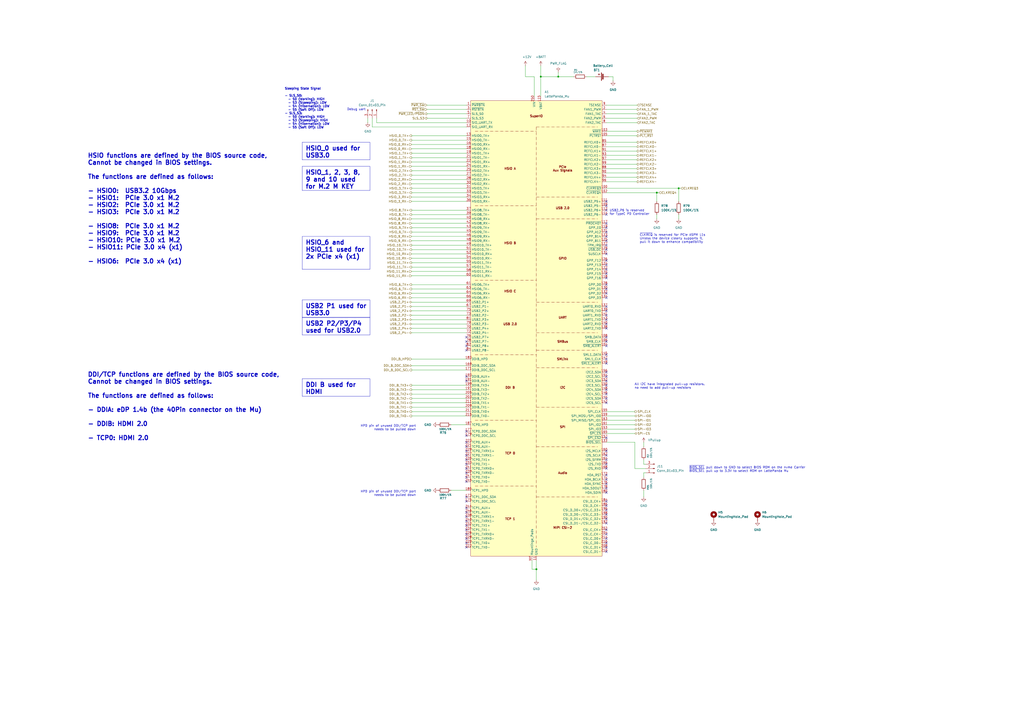
<source format=kicad_sch>
(kicad_sch (version 20231120) (generator "eeschema") (generator_version "8.0")
  (paper "A2")
  (title_block (title "nvme Carrier for LattePanda Mu") (date "2024-07-13") (rev "V1.0"))
  (lib_symbols
    (symbol "+3V3_1" (power) (pin_numbers hide) (pin_names (offset 0) hide)
      (property "Value" "+3V3" (at 0 3.556 0))
      (symbol "+3V3_1_1_1"
        (pin power_in line (at 0 0 90) (length 0) (name "~") (number "1"))
      )
    )
    (symbol "Connector:Conn_01x03_Pin" (pin_names (offset 1.016) hide)
      (property "Reference" "J" (at 0 5.08 0))
      (property "Value" "Conn_01x03_Pin" (at 0 -5.08 0))
      (symbol "Conn_01x03_Pin_1_1"
        (pin passive line (at 5.08 2.54 180) (length 3.81) (name "Pin_1") (number "1"))
        (pin passive line (at 5.08 0 180) (length 3.81) (name "Pin_2") (number "2"))
        (pin passive line (at 5.08 -2.54 180) (length 3.81) (name "Pin_3") (number "3"))
      )
    )
    (symbol "Device:Battery_Cell" (pin_numbers hide) (pin_names (offset 0) hide)
      (property "Reference" "BT" (at 2.54 2.54 0))
      (property "Value" "Battery_Cell" (at 2.54 0 0))
      (symbol "Battery_Cell_1_1"
        (pin passive line (at 0 5.08 270) (length 2.54) (name "+") (number "1"))
        (pin passive line (at 0 -2.54 90) (length 2.54) (name "-") (number "2"))
      )
    )
    (symbol "Device:R" (pin_numbers hide) (pin_names (offset 0))
      (property "Reference" "R" (at 2.032 0 90))
      (property "Value" "R" (at 0 0 90))
      (symbol "R_1_1"
        (pin passive line (at 0 3.81 270) (length 1.27) (name "~") (number "1"))
        (pin passive line (at 0 -3.81 90) (length 1.27) (name "~") (number "2"))
      )
    )
    (symbol "MCU_Module_LattePanda:LattePanda_Mu"
      (property "Reference" "A1" (at 4.7341 137.16 0))
      (property "Value" "LattePanda_Mu" (at 4.7341 134.62 0))
      (symbol "LattePanda_Mu_1_0"
        (pin passive line (at 0 -134.62 90) (length 2.54) hide (name "GND") (number "101"))
        (pin passive line (at 0 -134.62 90) (length 2.54) hide (name "GND") (number "107"))
        (pin passive line (at 0 -134.62 90) (length 2.54) hide (name "GND") (number "110"))
        (pin passive line (at 0 -134.62 90) (length 2.54) hide (name "GND") (number "113"))
        (pin passive line (at 0 -134.62 90) (length 2.54) hide (name "GND") (number "116"))
        (pin passive line (at 0 -134.62 90) (length 2.54) hide (name "GND") (number "135"))
        (pin passive line (at 0 -134.62 90) (length 2.54) hide (name "GND") (number "136"))
        (pin passive line (at 0 -134.62 90) (length 2.54) hide (name "GND") (number "14"))
        (pin passive line (at 0 -134.62 90) (length 2.54) hide (name "GND") (number "151"))
        (pin passive line (at 0 -134.62 90) (length 2.54) hide (name "GND") (number "158"))
        (pin passive line (at 0 -134.62 90) (length 2.54) hide (name "GND") (number "167"))
        (pin passive line (at 0 -134.62 90) (length 2.54) hide (name "GND") (number "17"))
        (pin passive line (at 0 -134.62 90) (length 2.54) hide (name "GND") (number "170"))
        (pin passive line (at 0 -134.62 90) (length 2.54) hide (name "GND") (number "181"))
        (pin passive line (at 0 -134.62 90) (length 2.54) hide (name "GND") (number "182"))
        (pin passive line (at 0 -134.62 90) (length 2.54) hide (name "GND") (number "188"))
        (pin passive line (at 0 -134.62 90) (length 2.54) hide (name "GND") (number "189"))
        (pin passive line (at 0 -134.62 90) (length 2.54) hide (name "GND") (number "194"))
        (pin passive line (at 0 -134.62 90) (length 2.54) hide (name "GND") (number "195"))
        (pin passive line (at 0 -134.62 90) (length 2.54) hide (name "GND") (number "20"))
        (pin passive line (at 0 -134.62 90) (length 2.54) hide (name "GND") (number "200"))
        (pin passive line (at 0 -134.62 90) (length 2.54) hide (name "GND") (number "201"))
        (pin passive line (at 0 -134.62 90) (length 2.54) hide (name "GND") (number "206"))
        (pin passive line (at 0 -134.62 90) (length 2.54) hide (name "GND") (number "207"))
        (pin passive line (at 0 -134.62 90) (length 2.54) hide (name "GND") (number "212"))
        (pin passive line (at 0 -134.62 90) (length 2.54) hide (name "GND") (number "213"))
        (pin passive line (at 0 -134.62 90) (length 2.54) hide (name "GND") (number "218"))
        (pin passive line (at 0 -134.62 90) (length 2.54) hide (name "GND") (number "219"))
        (pin passive line (at 0 -134.62 90) (length 2.54) hide (name "GND") (number "224"))
        (pin passive line (at 0 -134.62 90) (length 2.54) hide (name "GND") (number "225"))
        (pin passive line (at 0 -134.62 90) (length 2.54) hide (name "GND") (number "23"))
        (pin passive line (at 0 -134.62 90) (length 2.54) hide (name "GND") (number "230"))
        (pin passive line (at 0 -134.62 90) (length 2.54) hide (name "GND") (number "231"))
        (pin passive line (at 0 -134.62 90) (length 2.54) hide (name "GND") (number "236"))
        (pin passive line (at 0 -134.62 90) (length 2.54) hide (name "GND") (number "237"))
        (pin passive line (at 0 -134.62 90) (length 2.54) hide (name "GND") (number "242"))
        (pin passive line (at 0 -134.62 90) (length 2.54) hide (name "GND") (number "243"))
        (pin passive line (at 0 -134.62 90) (length 2.54) hide (name "GND") (number "248"))
        (pin passive line (at 0 -134.62 90) (length 2.54) hide (name "GND") (number "249"))
        (pin passive line (at 0 -134.62 90) (length 2.54) hide (name "GND") (number "26"))
        (pin passive line (at 0 -134.62 90) (length 2.54) hide (name "GND") (number "29"))
        (pin passive line (at 0 -134.62 90) (length 2.54) hide (name "GND") (number "32"))
        (pin passive line (at 0 -134.62 90) (length 2.54) hide (name "GND") (number "35"))
        (pin passive line (at 0 -134.62 90) (length 2.54) hide (name "GND") (number "38"))
        (pin passive line (at 0 -134.62 90) (length 2.54) hide (name "GND") (number "41"))
        (pin passive line (at 0 -134.62 90) (length 2.54) hide (name "GND") (number "44"))
        (pin passive line (at 0 -134.62 90) (length 2.54) hide (name "GND") (number "47"))
        (pin passive line (at 0 -134.62 90) (length 2.54) hide (name "GND") (number "50"))
        (pin passive line (at 0 -134.62 90) (length 2.54) hide (name "GND") (number "53"))
        (pin passive line (at 0 -134.62 90) (length 2.54) hide (name "GND") (number "56"))
        (pin passive line (at 0 -134.62 90) (length 2.54) hide (name "GND") (number "59"))
        (pin passive line (at 0 -134.62 90) (length 2.54) hide (name "GND") (number "62"))
        (pin passive line (at 0 -134.62 90) (length 2.54) hide (name "GND") (number "65"))
        (pin passive line (at 0 -134.62 90) (length 2.54) hide (name "GND") (number "68"))
        (pin passive line (at 0 -134.62 90) (length 2.54) hide (name "GND") (number "71"))
        (pin passive line (at 0 -134.62 90) (length 2.54) hide (name "GND") (number "74"))
        (pin passive line (at 0 -134.62 90) (length 2.54) hide (name "GND") (number "77"))
        (pin passive line (at 0 -134.62 90) (length 2.54) hide (name "GND") (number "80"))
        (pin passive line (at 0 -134.62 90) (length 2.54) hide (name "GND") (number "83"))
        (pin passive line (at 0 -134.62 90) (length 2.54) hide (name "GND") (number "86"))
        (pin passive line (at 0 -134.62 90) (length 2.54) hide (name "GND") (number "89"))
        (pin passive line (at 0 -134.62 90) (length 2.54) hide (name "GND") (number "92"))
        (pin passive line (at 0 -134.62 90) (length 2.54) hide (name "GND") (number "95"))
        (pin passive line (at 0 -134.62 90) (length 2.54) hide (name "GND") (number "98"))
      )
      (symbol "LattePanda_Mu_1_1"
        (text "Audio" (at 15.24 -83.82 0) (effects (font (size 1.27 1.27) (bold yes))))
        (text "DDI B" (at -15.24 -34.29 0) (effects (font (size 1.27 1.27) (bold yes))))
        (text "GPIO" (at 15.24 40.64 0) (effects (font (size 1.27 1.27) (bold yes))))
        (text "HSIO A" (at -15.24 92.71 0) (effects (font (size 1.27 1.27) (bold yes))))
        (text "HSIO B" (at -15.24 49.53 0) (effects (font (size 1.27 1.27) (bold yes))))
        (text "HSIO C" (at -15.24 21.59 0) (effects (font (size 1.27 1.27) (bold yes))))
        (text "I2C" (at 15.24 -34.29 0) (effects (font (size 1.27 1.27) (bold yes))))
        (text "MIPI CSI-2" (at 15.24 -115.57 0) (effects (font (size 1.27 1.27) (bold yes))))
        (text "PCIe\nAux Signals" (at 15.24 92.71 0) (effects (font (size 1.27 1.27) (bold yes))))
        (text "SMBus" (at 15.24 -7.62 0) (effects (font (size 1.27 1.27) (bold yes))))
        (text "SMLink" (at 15.24 -17.78 0) (effects (font (size 1.27 1.27) (bold yes))))
        (text "SPI" (at 15.24 -57.15 0) (effects (font (size 1.27 1.27) (bold yes))))
        (text "SuperIO" (at 0 123.19 0) (effects (font (size 1.27 1.27) (bold yes))))
        (text "TCP 0" (at -15.24 -72.39 0) (effects (font (size 1.27 1.27) (bold yes))))
        (text "TCP 1" (at -15.24 -110.49 0) (effects (font (size 1.27 1.27) (bold yes))))
        (text "UART" (at 15.24 6.35 0) (effects (font (size 1.27 1.27) (bold yes))))
        (text "USB 2.0" (at -15.24 2.54 0) (effects (font (size 1.27 1.27) (bold yes))))
        (text "USB 2.0" (at 15.24 69.85 0) (effects (font (size 1.27 1.27) (bold yes))))
        (pin input line (at -40.64 129.54 0) (length 2.54) (name "~{PWRBTN}") (number "1"))
        (pin output line (at -40.64 119.38 0) (length 2.54) (name "SIO_UART_TX") (number "10"))
        (pin bidirectional line (at 40.64 81.28 180) (length 2.54) (name "~{CLKREQ3}") (number "100"))
        (pin bidirectional line (at 40.64 78.74 180) (length 2.54) (name "~{CLKREQ4}") (number "102"))
        (pin input line (at 40.64 114.3 180) (length 2.54) (name "~{WAKE}") (number "103"))
        (pin input line (at 40.64 -10.16 180) (length 2.54) (name "~{SMB_ALERT}") (number "104"))
        (pin output line (at 40.64 111.76 180) (length 2.54) (name "~{PLTRST}") (number "105"))
        (pin output line (at 40.64 -7.62 180) (length 2.54) (name "SMB_CLK") (number "106"))
        (pin bidirectional line (at 40.64 -5.08 180) (length 2.54) (name "SMB_DATA") (number "108"))
        (pin bidirectional line (at 40.64 71.12 180) (length 2.54) (name "USB2_P5-") (number "109"))
        (pin power_in line (at 0 -134.62 90) (length 2.54) (name "GND") (number "11"))
        (pin bidirectional line (at 40.64 73.66 180) (length 2.54) (name "USB2_P5+") (number "111"))
        (pin bidirectional line (at 40.64 68.58 180) (length 2.54) (name "USB2_P6+") (number "112"))
        (pin bidirectional line (at 40.64 66.04 180) (length 2.54) (name "USB2_P6-") (number "114"))
        (pin power_in line (at 2.54 134.62 270) (length 2.54) (name "VBAT") (number "115"))
        (pin bidirectional line (at 40.64 60.96 180) (length 2.54) (name "~{PROCHOT}") (number "117"))
        (pin bidirectional line (at 40.64 29.21 180) (length 2.54) (name "GPP_F16") (number "118"))
        (pin bidirectional line (at 40.64 58.42 180) (length 2.54) (name "GPP_E0") (number "119"))
        (pin input line (at -40.64 116.84 0) (length 2.54) (name "SIO_UART_RX") (number "12"))
        (pin bidirectional line (at 40.64 31.75 180) (length 2.54) (name "GPP_F15") (number "120"))
        (pin bidirectional line (at 40.64 55.88 180) (length 2.54) (name "GPP_A12") (number "121"))
        (pin bidirectional line (at 40.64 34.29 180) (length 2.54) (name "GPP_F14") (number "122"))
        (pin bidirectional line (at 40.64 53.34 180) (length 2.54) (name "GPP_B14") (number "123"))
        (pin bidirectional line (at 40.64 36.83 180) (length 2.54) (name "GPP_F13") (number "124"))
        (pin bidirectional line (at 40.64 50.8 180) (length 2.54) (name "GPP_B11") (number "125"))
        (pin bidirectional line (at 40.64 39.37 180) (length 2.54) (name "GPP_F12") (number "126"))
        (pin input line (at 40.64 48.26 180) (length 2.54) (name "TPM_IRQ") (number "127"))
        (pin bidirectional line (at 40.64 25.4 180) (length 2.54) (name "GPP_D0") (number "128"))
        (pin input line (at 40.64 45.72 180) (length 2.54) (name "~{USB_OC}") (number "129"))
        (pin output line (at -40.64 111.76 0) (length 2.54) (name "HSIO0_TX+") (number "13"))
        (pin bidirectional line (at 40.64 22.86 180) (length 2.54) (name "GPP_D1") (number "130"))
        (pin output line (at 40.64 43.18 180) (length 2.54) (name "SUSCLK") (number "131"))
        (pin bidirectional line (at 40.64 20.32 180) (length 2.54) (name "GPP_D2") (number "132"))
        (pin input line (at 40.64 -66.04 180) (length 2.54) (name "~{BIOS_SEL}") (number "133"))
        (pin bidirectional line (at 40.64 17.78 180) (length 2.54) (name "GPP_D3") (number "134"))
        (pin input line (at 40.64 12.7 180) (length 2.54) (name "UART0_RXD") (number "137"))
        (pin output line (at 40.64 0 180) (length 2.54) (name "UART2_TXD") (number "138"))
        (pin output line (at 40.64 10.16 180) (length 2.54) (name "UART0_TXD") (number "139"))
        (pin input line (at 40.64 2.54 180) (length 2.54) (name "UART2_RXD") (number "140"))
        (pin input line (at 40.64 7.62 180) (length 2.54) (name "UART1_RXD") (number "141"))
        (pin output line (at 40.64 -43.18 180) (length 2.54) (name "I2C5_SCL") (number "142"))
        (pin output line (at 40.64 5.08 180) (length 2.54) (name "UART1_TXD") (number "143"))
        (pin bidirectional line (at 40.64 -40.64 180) (length 2.54) (name "I2C5_SDA") (number "144"))
        (pin bidirectional line (at 40.64 -15.24 180) (length 2.54) (name "SML1_DATA") (number "145"))
        (pin output line (at 40.64 -38.1 180) (length 2.54) (name "I2C4_SCL") (number "146"))
        (pin output line (at 40.64 -17.78 180) (length 2.54) (name "SML1_CLK") (number "147"))
        (pin bidirectional line (at 40.64 -35.56 180) (length 2.54) (name "I2C4_SDA") (number "148"))
        (pin input line (at 40.64 -20.32 180) (length 2.54) (name "~{SML1_ALERT}") (number "149"))
        (pin output line (at -40.64 109.22 0) (length 2.54) (name "HSIO0_TX-") (number "15"))
        (pin output line (at 40.64 -33.02 180) (length 2.54) (name "I2C3_SCL") (number "150"))
        (pin bidirectional line (at 40.64 -30.48 180) (length 2.54) (name "I2C3_SDA") (number "152"))
        (pin bidirectional line (at 40.64 -58.42 180) (length 2.54) (name "SPI_IO3") (number "153"))
        (pin output line (at 40.64 -27.94 180) (length 2.54) (name "I2C2_SCL") (number "154"))
        (pin output line (at 40.64 -48.26 180) (length 2.54) (name "SPI_CLK") (number "155"))
        (pin bidirectional line (at 40.64 -25.4 180) (length 2.54) (name "I2C2_SDA") (number "156"))
        (pin output line (at 40.64 -63.5 180) (length 2.54) (name "~{SPI_CS2}") (number "157"))
        (pin bidirectional line (at 40.64 -50.8 180) (length 2.54) (name "SPI_MOSI/SPI_IO0") (number "159"))
        (pin input line (at -40.64 106.68 0) (length 2.54) (name "HSIO0_RX+") (number "16"))
        (pin output line (at 40.64 -71.12 180) (length 2.54) (name "I2S_MCLK") (number "160"))
        (pin bidirectional line (at 40.64 -55.88 180) (length 2.54) (name "SPI_IO2") (number "161"))
        (pin output line (at 40.64 -73.66 180) (length 2.54) (name "I2S_SCLK") (number "162"))
        (pin bidirectional line (at 40.64 -53.34 180) (length 2.54) (name "SPI_MISO/SPI_IO1") (number "163"))
        (pin output line (at 40.64 -76.2 180) (length 2.54) (name "I2S_SFRM") (number "164"))
        (pin bidirectional line (at 40.64 -60.96 180) (length 2.54) (name "~{SPI_CS}") (number "165"))
        (pin output line (at 40.64 -78.74 180) (length 2.54) (name "I2S_TXD") (number "166"))
        (pin input line (at 40.64 -81.28 180) (length 2.54) (name "I2S_RXD") (number "168"))
        (pin bidirectional line (at -40.64 -21.59 0) (length 2.54) (name "DDIB_DDC_SDA") (number "169"))
        (pin bidirectional line (at -40.64 -24.13 0) (length 2.54) (name "DDIB_DDC_SCL") (number "171"))
        (pin output line (at 40.64 -85.09 180) (length 2.54) (name "HDA_RST") (number "172"))
        (pin bidirectional line (at -40.64 -97.79 0) (length 2.54) (name "TCP1_DDC_SDA") (number "173"))
        (pin output line (at 40.64 -87.63 180) (length 2.54) (name "HDA_BCLK") (number "174"))
        (pin bidirectional line (at -40.64 -100.33 0) (length 2.54) (name "TCP1_DDC_SCL") (number "175"))
        (pin output line (at 40.64 -90.17 180) (length 2.54) (name "HDA_SYNC") (number "176"))
        (pin bidirectional line (at -40.64 -59.69 0) (length 2.54) (name "TCP0_DDC_SDA") (number "177"))
        (pin output line (at 40.64 -92.71 180) (length 2.54) (name "HDA_SDOUT") (number "178"))
        (pin bidirectional line (at -40.64 -62.23 0) (length 2.54) (name "TCP0_DDC_SCL") (number "179"))
        (pin input line (at -40.64 104.14 0) (length 2.54) (name "HSIO0_RX-") (number "18"))
        (pin input line (at 40.64 -95.25 180) (length 2.54) (name "HDA_SDIN") (number "180"))
        (pin input line (at -40.64 -17.78 0) (length 2.54) (name "DDIB_HPD") (number "183"))
        (pin input line (at 40.64 -100.33 180) (length 2.54) (name "CSI_D_CK+") (number "184"))
        (pin input line (at -40.64 -93.98 0) (length 2.54) (name "TCP1_HPD") (number "185"))
        (pin input line (at 40.64 -102.87 180) (length 2.54) (name "CSI_D_CK-") (number "186"))
        (pin input line (at -40.64 -55.88 0) (length 2.54) (name "TCP0_HPD") (number "187"))
        (pin output line (at -40.64 101.6 0) (length 2.54) (name "HSIO1_TX+") (number "19"))
        (pin input line (at 40.64 -110.49 180) (length 2.54) (name "CSI_D_D1+/CSI_C_D2+") (number "190"))
        (pin bidirectional line (at -40.64 -30.48 0) (length 2.54) (name "DDIB_AUX-") (number "191"))
        (pin input line (at 40.64 -113.03 180) (length 2.54) (name "CSI_D_D1-/CSI_C_D2-") (number "192"))
        (pin bidirectional line (at -40.64 -27.94 0) (length 2.54) (name "DDIB_AUX+") (number "193"))
        (pin input line (at 40.64 -105.41 180) (length 2.54) (name "CSI_D_D0+/CSI_C_D3+") (number "196"))
        (pin output line (at -40.64 -35.56 0) (length 2.54) (name "DDIB_TX3-") (number "197"))
        (pin input line (at 40.64 -107.95 180) (length 2.54) (name "CSI_D_D0-/CSI_C_D3-") (number "198"))
        (pin output line (at -40.64 -33.02 0) (length 2.54) (name "DDIB_TX3+") (number "199"))
        (pin output line (at 40.64 127 180) (length 2.54) (name "FAN1_PWM") (number "2"))
        (pin input line (at 40.64 -116.84 180) (length 2.54) (name "CSI_C_CK+") (number "202"))
        (pin output line (at -40.64 -40.64 0) (length 2.54) (name "DDIB_TX2-") (number "203"))
        (pin input line (at 40.64 -119.38 180) (length 2.54) (name "CSI_C_CK-") (number "204"))
        (pin output line (at -40.64 -38.1 0) (length 2.54) (name "DDIB_TX2+") (number "205"))
        (pin input line (at 40.64 -127 180) (length 2.54) (name "CSI_C_D1+") (number "208"))
        (pin output line (at -40.64 -45.72 0) (length 2.54) (name "DDIB_TX1-") (number "209"))
        (pin output line (at -40.64 99.06 0) (length 2.54) (name "HSIO1_TX-") (number "21"))
        (pin input line (at 40.64 -129.54 180) (length 2.54) (name "CSI_C_D1-") (number "210"))
        (pin output line (at -40.64 -43.18 0) (length 2.54) (name "DDIB_TX1+") (number "211"))
        (pin input line (at 40.64 -121.92 180) (length 2.54) (name "CSI_C_D0+") (number "214"))
        (pin output line (at -40.64 -50.8 0) (length 2.54) (name "DDIB_TX0-") (number "215"))
        (pin input line (at 40.64 -124.46 180) (length 2.54) (name "CSI_C_D0-") (number "216"))
        (pin output line (at -40.64 -48.26 0) (length 2.54) (name "DDIB_TX0+") (number "217"))
        (pin input line (at -40.64 96.52 0) (length 2.54) (name "HSIO1_RX+") (number "22"))
        (pin output line (at -40.64 -124.46 0) (length 2.54) (name "TCP1_TX0+") (number "220"))
        (pin bidirectional line (at -40.64 -68.58 0) (length 2.54) (name "TCP0_AUX-") (number "221"))
        (pin output line (at -40.64 -127 0) (length 2.54) (name "TCP1_TX0-") (number "222"))
        (pin bidirectional line (at -40.64 -66.04 0) (length 2.54) (name "TCP0_AUX+") (number "223"))
        (pin bidirectional line (at -40.64 -119.38 0) (length 2.54) (name "TCP1_TXRX0+") (number "226"))
        (pin bidirectional line (at -40.64 -73.66 0) (length 2.54) (name "TCP0_TXRX1-") (number "227"))
        (pin bidirectional line (at -40.64 -121.92 0) (length 2.54) (name "TCP1_TXRX0-") (number "228"))
        (pin bidirectional line (at -40.64 -71.12 0) (length 2.54) (name "TCP0_TXRX1+") (number "229"))
        (pin output line (at -40.64 -114.3 0) (length 2.54) (name "TCP1_TX1+") (number "232"))
        (pin output line (at -40.64 -78.74 0) (length 2.54) (name "TCP0_TX1-") (number "233"))
        (pin output line (at -40.64 -116.84 0) (length 2.54) (name "TCP1_TX1-") (number "234"))
        (pin output line (at -40.64 -76.2 0) (length 2.54) (name "TCP0_TX1+") (number "235"))
        (pin bidirectional line (at -40.64 -109.22 0) (length 2.54) (name "TCP1_TXRX1+") (number "238"))
        (pin bidirectional line (at -40.64 -83.82 0) (length 2.54) (name "TCP0_TXRX0-") (number "239"))
        (pin input line (at -40.64 93.98 0) (length 2.54) (name "HSIO1_RX-") (number "24"))
        (pin bidirectional line (at -40.64 -111.76 0) (length 2.54) (name "TCP1_TXRX1-") (number "240"))
        (pin bidirectional line (at -40.64 -81.28 0) (length 2.54) (name "TCP0_TXRX0+") (number "241"))
        (pin bidirectional line (at -40.64 -104.14 0) (length 2.54) (name "TCP1_AUX+") (number "244"))
        (pin output line (at -40.64 -88.9 0) (length 2.54) (name "TCP0_TX0-") (number "245"))
        (pin bidirectional line (at -40.64 -106.68 0) (length 2.54) (name "TCP1_AUX-") (number "246"))
        (pin output line (at -40.64 -86.36 0) (length 2.54) (name "TCP0_TX0+") (number "247"))
        (pin output line (at -40.64 91.44 0) (length 2.54) (name "HSIO2_TX+") (number "25"))
        (pin power_in line (at -1.27 134.62 270) (length 2.54) (name "VIN") (number "250"))
        (pin passive line (at -1.27 134.62 270) (length 2.54) hide (name "VIN") (number "251"))
        (pin passive line (at -1.27 134.62 270) (length 2.54) hide (name "VIN") (number "252"))
        (pin passive line (at -1.27 134.62 270) (length 2.54) hide (name "VIN") (number "253"))
        (pin passive line (at -1.27 134.62 270) (length 2.54) hide (name "VIN") (number "254"))
        (pin passive line (at -1.27 134.62 270) (length 2.54) hide (name "VIN") (number "255"))
        (pin passive line (at -1.27 134.62 270) (length 2.54) hide (name "VIN") (number "256"))
        (pin passive line (at -1.27 134.62 270) (length 2.54) hide (name "VIN") (number "257"))
        (pin passive line (at -1.27 134.62 270) (length 2.54) hide (name "VIN") (number "258"))
        (pin passive line (at -1.27 134.62 270) (length 2.54) hide (name "VIN") (number "259"))
        (pin passive line (at -1.27 134.62 270) (length 2.54) hide (name "VIN") (number "260"))
        (pin output line (at -40.64 88.9 0) (length 2.54) (name "HSIO2_TX-") (number "27"))
        (pin input line (at -40.64 86.36 0) (length 2.54) (name "HSIO2_RX+") (number "28"))
        (pin input line (at -40.64 127 0) (length 2.54) (name "~{RSTBTN}") (number "3"))
        (pin input line (at -40.64 83.82 0) (length 2.54) (name "HSIO2_RX-") (number "30"))
        (pin output line (at -40.64 81.28 0) (length 2.54) (name "HSIO3_TX+") (number "31"))
        (pin output line (at -40.64 78.74 0) (length 2.54) (name "HSIO3_TX-") (number "33"))
        (pin input line (at -40.64 76.2 0) (length 2.54) (name "HSIO3_RX+") (number "34"))
        (pin input line (at -40.64 73.66 0) (length 2.54) (name "HSIO3_RX-") (number "36"))
        (pin output line (at -40.64 68.58 0) (length 2.54) (name "HSIO8_TX+") (number "37"))
        (pin output line (at -40.64 66.04 0) (length 2.54) (name "HSIO8_TX-") (number "39"))
        (pin input line (at 40.64 124.46 180) (length 2.54) (name "FAN1_TAC") (number "4"))
        (pin input line (at -40.64 63.5 0) (length 2.54) (name "HSIO8_RX+") (number "40"))
        (pin input line (at -40.64 60.96 0) (length 2.54) (name "HSIO8_RX-") (number "42"))
        (pin output line (at -40.64 58.42 0) (length 2.54) (name "HSIO9_TX+") (number "43"))
        (pin output line (at -40.64 55.88 0) (length 2.54) (name "HSIO9_TX-") (number "45"))
        (pin input line (at -40.64 53.34 0) (length 2.54) (name "HSIO9_RX+") (number "46"))
        (pin input line (at -40.64 50.8 0) (length 2.54) (name "HSIO9_RX-") (number "48"))
        (pin output line (at -40.64 48.26 0) (length 2.54) (name "HSIO10_TX+") (number "49"))
        (pin output line (at -40.64 124.46 0) (length 2.54) (name "SLS_S0") (number "5"))
        (pin output line (at -40.64 45.72 0) (length 2.54) (name "HSIO10_TX-") (number "51"))
        (pin input line (at -40.64 43.18 0) (length 2.54) (name "HSIO10_RX+") (number "52"))
        (pin input line (at -40.64 40.64 0) (length 2.54) (name "HSIO10_RX-") (number "54"))
        (pin output line (at -40.64 38.1 0) (length 2.54) (name "HSIO11_TX+") (number "55"))
        (pin output line (at -40.64 35.56 0) (length 2.54) (name "HSIO11_TX-") (number "57"))
        (pin input line (at -40.64 33.02 0) (length 2.54) (name "HSIO11_RX+") (number "58"))
        (pin output line (at 40.64 121.92 180) (length 2.54) (name "FAN2_PWM") (number "6"))
        (pin input line (at -40.64 30.48 0) (length 2.54) (name "HSIO11_RX-") (number "60"))
        (pin output line (at -40.64 25.4 0) (length 2.54) (name "HSIO6_TX+") (number "61"))
        (pin output line (at -40.64 22.86 0) (length 2.54) (name "HSIO6_TX-") (number "63"))
        (pin input line (at -40.64 20.32 0) (length 2.54) (name "HSIO6_RX+") (number "64"))
        (pin input line (at -40.64 17.78 0) (length 2.54) (name "HSIO6_RX-") (number "66"))
        (pin bidirectional line (at -40.64 12.7 0) (length 2.54) (name "USB2_P1-") (number "67"))
        (pin bidirectional line (at -40.64 15.24 0) (length 2.54) (name "USB2_P1+") (number "69"))
        (pin output line (at -40.64 121.92 0) (length 2.54) (name "SLS_S3") (number "7"))
        (pin bidirectional line (at -40.64 0 0) (length 2.54) (name "USB2_P4+") (number "70"))
        (pin bidirectional line (at -40.64 -2.54 0) (length 2.54) (name "USB2_P4-") (number "72"))
        (pin bidirectional line (at -40.64 7.62 0) (length 2.54) (name "USB2_P2-") (number "73"))
        (pin bidirectional line (at -40.64 10.16 0) (length 2.54) (name "USB2_P2+") (number "75"))
        (pin bidirectional line (at -40.64 -5.08 0) (length 2.54) (name "USB2_P7+") (number "76"))
        (pin bidirectional line (at -40.64 -7.62 0) (length 2.54) (name "USB2_P7-") (number "78"))
        (pin bidirectional line (at -40.64 2.54 0) (length 2.54) (name "USB2_P3-") (number "79"))
        (pin input line (at 40.64 119.38 180) (length 2.54) (name "FAN2_TAC") (number "8"))
        (pin bidirectional line (at -40.64 5.08 0) (length 2.54) (name "USB2_P3+") (number "81"))
        (pin bidirectional line (at -40.64 -10.16 0) (length 2.54) (name "USB2_P8+") (number "82"))
        (pin bidirectional line (at -40.64 -12.7 0) (length 2.54) (name "USB2_P8-") (number "84"))
        (pin output line (at 40.64 107.95 180) (length 2.54) (name "REFCLK0+") (number "85"))
        (pin output line (at 40.64 105.41 180) (length 2.54) (name "REFCLK0-") (number "87"))
        (pin output line (at 40.64 92.71 180) (length 2.54) (name "REFCLK3+") (number "88"))
        (pin input line (at 40.64 129.54 180) (length 2.54) (name "TSENSE") (number "9"))
        (pin output line (at 40.64 90.17 180) (length 2.54) (name "REFCLK3-") (number "90"))
        (pin output line (at 40.64 102.87 180) (length 2.54) (name "REFCLK1+") (number "91"))
        (pin output line (at 40.64 100.33 180) (length 2.54) (name "REFCLK1-") (number "93"))
        (pin output line (at 40.64 87.63 180) (length 2.54) (name "REFCLK4+") (number "94"))
        (pin output line (at 40.64 85.09 180) (length 2.54) (name "REFCLK4-") (number "96"))
        (pin output line (at 40.64 97.79 180) (length 2.54) (name "REFCLK2+") (number "97"))
        (pin output line (at 40.64 95.25 180) (length 2.54) (name "REFCLK2-") (number "99"))
        (pin passive line (at -2.54 -134.62 90) (length 2.54) (name "Mountinge_Pads") (number "MP"))
      )
    )
    (symbol "Mechanical:MountingHole_Pad" (pin_numbers hide) (pin_names (offset 1.016) hide)
      (property "Reference" "H" (at 0 6.35 0))
      (property "Value" "MountingHole_Pad" (at 0 4.445 0))
      (symbol "MountingHole_Pad_1_1"
        (pin input line (at 0 -2.54 90) (length 2.54) (name "1") (number "1"))
      )
    )
    (symbol "power:+BATT" (power) (pin_numbers hide) (pin_names (offset 0) hide)
      (property "Value" "+BATT" (at 0 3.556 0))
      (symbol "+BATT_1_1"
        (pin power_in line (at 0 0 90) (length 0) (name "~") (number "1"))
      )
    )
    (symbol "power:GND" (power) (pin_numbers hide) (pin_names (offset 0) hide)
      (property "Value" "GND" (at 0 -3.81 0))
      (symbol "GND_1_1"
        (pin power_in line (at 0 0 270) (length 0) (name "~") (number "1"))
      )
    )
    (symbol "power:PWR_FLAG" (power) (pin_numbers hide) (pin_names (offset 0) hide)
      (property "Value" "PWR_FLAG" (at 0 3.81 0))
      (symbol "PWR_FLAG_0_0"
        (pin power_out line (at 0 0 90) (length 0) (name "~") (number "1"))
      )
    )
    (symbol "power:VDC" (power) (pin_numbers hide) (pin_names (offset 0) hide)
      (property "Value" "VDC" (at 0 3.556 0))
      (symbol "VDC_1_1"
        (pin power_in line (at 0 0 90) (length 0) (name "~") (number "1"))
      )
    )
  )
  (junction (at 381 111.76))
  (junction (at 323.85 44.45))
  (junction (at 393.7 109.22))
  (junction (at 311.15 330.2))
  (junction (at 313.69 44.45))
  (no_connect (at 270.51 307.34))
  (no_connect (at 351.79 278.13))
  (no_connect (at 351.79 293.37))
  (no_connect (at 351.79 190.5))
  (no_connect (at 351.79 275.59))
  (no_connect (at 351.79 129.54))
  (no_connect (at 351.79 132.08))
  (no_connect (at 351.79 208.28))
  (no_connect (at 270.51 220.98))
  (no_connect (at 351.79 161.29))
  (no_connect (at 351.79 285.75))
  (no_connect (at 351.79 147.32))
  (no_connect (at 351.79 180.34))
  (no_connect (at 351.79 220.98))
  (no_connect (at 270.51 252.73))
  (no_connect (at 270.51 309.88))
  (no_connect (at 270.51 274.32))
  (no_connect (at 270.51 195.58))
  (no_connect (at 351.79 134.62))
  (no_connect (at 351.79 198.12))
  (no_connect (at 351.79 218.44))
  (no_connect (at 351.79 167.64))
  (no_connect (at 270.51 250.19))
  (no_connect (at 351.79 223.52))
  (no_connect (at 351.79 264.16))
  (no_connect (at 351.79 215.9))
  (no_connect (at 351.79 298.45))
  (no_connect (at 270.51 304.8))
  (no_connect (at 351.79 172.72))
  (no_connect (at 351.79 153.67))
  (no_connect (at 351.79 170.18))
  (no_connect (at 351.79 151.13))
  (no_connect (at 270.51 314.96))
  (no_connect (at 351.79 182.88))
  (no_connect (at 351.79 205.74))
  (no_connect (at 351.79 165.1))
  (no_connect (at 351.79 312.42))
  (no_connect (at 270.51 269.24))
  (no_connect (at 351.79 119.38))
  (no_connect (at 270.51 297.18))
  (no_connect (at 351.79 228.6))
  (no_connect (at 270.51 200.66))
  (no_connect (at 351.79 269.24))
  (no_connect (at 270.51 198.12))
  (no_connect (at 270.51 203.2))
  (no_connect (at 270.51 261.62))
  (no_connect (at 351.79 271.78))
  (no_connect (at 270.51 294.64))
  (no_connect (at 351.79 290.83))
  (no_connect (at 270.51 312.42))
  (no_connect (at 351.79 226.06))
  (no_connect (at 351.79 300.99))
  (no_connect (at 270.51 259.08))
  (no_connect (at 270.51 288.29))
  (no_connect (at 351.79 266.7))
  (no_connect (at 351.79 283.21))
  (no_connect (at 351.79 124.46))
  (no_connect (at 270.51 299.72))
  (no_connect (at 351.79 254))
  (no_connect (at 351.79 200.66))
  (no_connect (at 351.79 280.67))
  (no_connect (at 351.79 177.8))
  (no_connect (at 351.79 233.68))
  (no_connect (at 351.79 295.91))
  (no_connect (at 351.79 144.78))
  (no_connect (at 270.51 302.26))
  (no_connect (at 351.79 139.7))
  (no_connect (at 351.79 309.88))
  (no_connect (at 351.79 187.96))
  (no_connect (at 270.51 279.4))
  (no_connect (at 351.79 156.21))
  (no_connect (at 351.79 320.04))
  (no_connect (at 351.79 261.62))
  (no_connect (at 351.79 303.53))
  (no_connect (at 270.51 276.86))
  (no_connect (at 270.51 218.44))
  (no_connect (at 351.79 121.92))
  (no_connect (at 351.79 142.24))
  (no_connect (at 351.79 195.58))
  (no_connect (at 351.79 307.34))
  (no_connect (at 351.79 185.42))
  (no_connect (at 270.51 256.54))
  (no_connect (at 351.79 314.96))
  (no_connect (at 351.79 210.82))
  (no_connect (at 351.79 116.84))
  (no_connect (at 270.51 317.5))
  (no_connect (at 351.79 137.16))
  (no_connect (at 270.51 266.7))
  (no_connect (at 270.51 264.16))
  (no_connect (at 270.51 271.78))
  (no_connect (at 270.51 290.83))
  (no_connect (at 351.79 231.14))
  (no_connect (at 351.79 317.5))
  (no_connect (at 351.79 158.75))
  (wire (pts (xy 238.76 182.88) (xy 270.51 182.88)))
  (wire (pts (xy 238.76 114.3) (xy 270.51 114.3)))
  (wire (pts (xy 351.79 246.38) (xy 368.3 246.38)))
  (wire (pts (xy 213.36 68.58) (xy 213.36 71.12)))
  (wire (pts (xy 238.76 172.72) (xy 270.51 172.72)))
  (wire (pts (xy 238.76 214.63) (xy 270.51 214.63)))
  (wire (pts (xy 381 111.76) (xy 381 116.84)))
  (wire (pts (xy 353.06 44.45) (xy 355.6 44.45)))
  (wire (pts (xy 351.79 105.41) (xy 369.57 105.41)))
  (wire (pts (xy 304.8 44.45) (xy 309.88 44.45)))
  (wire (pts (xy 351.79 100.33) (xy 369.57 100.33)))
  (wire (pts (xy 238.76 116.84) (xy 270.51 116.84)))
  (wire (pts (xy 351.79 97.79) (xy 369.57 97.79)))
  (wire (pts (xy 238.76 190.5) (xy 270.51 190.5)))
  (wire (pts (xy 261.62 246.38) (xy 270.51 246.38)))
  (wire (pts (xy 351.79 82.55) (xy 369.57 82.55)))
  (wire (pts (xy 238.76 137.16) (xy 270.51 137.16)))
  (wire (pts (xy 351.79 243.84) (xy 368.3 243.84)))
  (wire (pts (xy 247.65 63.5) (xy 270.51 63.5)))
  (wire (pts (xy 238.76 228.6) (xy 270.51 228.6)))
  (wire (pts (xy 238.76 165.1) (xy 270.51 165.1)))
  (wire (pts (xy 308.61 325.12) (xy 308.61 330.2)))
  (wire (pts (xy 351.79 238.76) (xy 368.3 238.76)))
  (wire (pts (xy 311.15 325.12) (xy 311.15 330.2)))
  (wire (pts (xy 393.7 109.22) (xy 393.7 116.84)))
  (wire (pts (xy 351.79 256.54) (xy 368.3 256.54)))
  (wire (pts (xy 238.76 127) (xy 270.51 127)))
  (wire (pts (xy 351.79 92.71) (xy 369.57 92.71)))
  (wire (pts (xy 238.76 157.48) (xy 270.51 157.48)))
  (wire (pts (xy 313.69 38.1) (xy 313.69 44.45)))
  (wire (pts (xy 238.76 96.52) (xy 270.51 96.52)))
  (wire (pts (xy 351.79 102.87) (xy 369.57 102.87)))
  (wire (pts (xy 215.9 68.58) (xy 215.9 73.66)))
  (wire (pts (xy 351.79 66.04) (xy 369.57 66.04)))
  (wire (pts (xy 238.76 86.36) (xy 270.51 86.36)))
  (wire (pts (xy 373.38 256.54) (xy 373.38 259.08)))
  (wire (pts (xy 218.44 71.12) (xy 270.51 71.12)))
  (wire (pts (xy 374.65 271.78) (xy 368.3 271.78)))
  (wire (pts (xy 238.76 139.7) (xy 270.51 139.7)))
  (wire (pts (xy 351.79 251.46) (xy 368.3 251.46)))
  (wire (pts (xy 238.76 223.52) (xy 270.51 223.52)))
  (wire (pts (xy 351.79 95.25) (xy 369.57 95.25)))
  (wire (pts (xy 309.88 44.45) (xy 309.88 55.88)))
  (wire (pts (xy 238.76 99.06) (xy 270.51 99.06)))
  (wire (pts (xy 238.76 88.9) (xy 270.51 88.9)))
  (wire (pts (xy 238.76 167.64) (xy 270.51 167.64)))
  (wire (pts (xy 238.76 142.24) (xy 270.51 142.24)))
  (wire (pts (xy 238.76 233.68) (xy 270.51 233.68)))
  (wire (pts (xy 351.79 248.92) (xy 368.3 248.92)))
  (wire (pts (xy 238.76 231.14) (xy 270.51 231.14)))
  (wire (pts (xy 238.76 81.28) (xy 270.51 81.28)))
  (wire (pts (xy 313.69 44.45) (xy 313.69 55.88)))
  (wire (pts (xy 238.76 147.32) (xy 270.51 147.32)))
  (wire (pts (xy 238.76 226.06) (xy 270.51 226.06)))
  (wire (pts (xy 373.38 284.48) (xy 373.38 288.29)))
  (wire (pts (xy 308.61 330.2) (xy 311.15 330.2)))
  (wire (pts (xy 323.85 44.45) (xy 332.74 44.45)))
  (wire (pts (xy 238.76 152.4) (xy 270.51 152.4)))
  (wire (pts (xy 374.65 269.24) (xy 373.38 269.24)))
  (wire (pts (xy 238.76 208.28) (xy 270.51 208.28)))
  (wire (pts (xy 238.76 93.98) (xy 270.51 93.98)))
  (wire (pts (xy 351.79 111.76) (xy 381 111.76)))
  (wire (pts (xy 340.36 44.45) (xy 345.44 44.45)))
  (wire (pts (xy 355.6 44.45) (xy 355.6 46.99)))
  (wire (pts (xy 238.76 144.78) (xy 270.51 144.78)))
  (wire (pts (xy 215.9 73.66) (xy 270.51 73.66)))
  (wire (pts (xy 382.27 111.76) (xy 381 111.76)))
  (wire (pts (xy 247.65 66.04) (xy 270.51 66.04)))
  (wire (pts (xy 368.3 271.78) (xy 368.3 256.54)))
  (wire (pts (xy 351.79 109.22) (xy 393.7 109.22)))
  (wire (pts (xy 238.76 241.3) (xy 270.51 241.3)))
  (wire (pts (xy 238.76 154.94) (xy 270.51 154.94)))
  (wire (pts (xy 238.76 101.6) (xy 270.51 101.6)))
  (wire (pts (xy 351.79 87.63) (xy 369.57 87.63)))
  (wire (pts (xy 351.79 68.58) (xy 369.57 68.58)))
  (wire (pts (xy 238.76 109.22) (xy 270.51 109.22)))
  (wire (pts (xy 238.76 78.74) (xy 270.51 78.74)))
  (wire (pts (xy 238.76 91.44) (xy 270.51 91.44)))
  (wire (pts (xy 311.15 330.2) (xy 311.15 336.55)))
  (wire (pts (xy 261.62 284.48) (xy 270.51 284.48)))
  (wire (pts (xy 238.76 177.8) (xy 270.51 177.8)))
  (wire (pts (xy 247.65 60.96) (xy 270.51 60.96)))
  (wire (pts (xy 373.38 269.24) (xy 373.38 266.7)))
  (wire (pts (xy 247.65 68.58) (xy 270.51 68.58)))
  (wire (pts (xy 238.76 106.68) (xy 270.51 106.68)))
  (wire (pts (xy 238.76 129.54) (xy 270.51 129.54)))
  (wire (pts (xy 238.76 160.02) (xy 270.51 160.02)))
  (wire (pts (xy 238.76 149.86) (xy 270.51 149.86)))
  (wire (pts (xy 351.79 90.17) (xy 369.57 90.17)))
  (wire (pts (xy 304.8 38.1) (xy 304.8 44.45)))
  (wire (pts (xy 238.76 212.09) (xy 270.51 212.09)))
  (wire (pts (xy 373.38 274.32) (xy 373.38 276.86)))
  (wire (pts (xy 351.79 63.5) (xy 369.57 63.5)))
  (wire (pts (xy 351.79 60.96) (xy 369.57 60.96)))
  (wire (pts (xy 238.76 175.26) (xy 270.51 175.26)))
  (wire (pts (xy 238.76 170.18) (xy 270.51 170.18)))
  (wire (pts (xy 238.76 238.76) (xy 270.51 238.76)))
  (wire (pts (xy 374.65 274.32) (xy 373.38 274.32)))
  (wire (pts (xy 381 124.46) (xy 381 127)))
  (wire (pts (xy 238.76 121.92) (xy 270.51 121.92)))
  (wire (pts (xy 323.85 41.91) (xy 323.85 44.45)))
  (wire (pts (xy 238.76 187.96) (xy 270.51 187.96)))
  (wire (pts (xy 351.79 71.12) (xy 369.57 71.12)))
  (wire (pts (xy 238.76 111.76) (xy 270.51 111.76)))
  (wire (pts (xy 238.76 185.42) (xy 270.51 185.42)))
  (wire (pts (xy 351.79 241.3) (xy 368.3 241.3)))
  (wire (pts (xy 394.97 109.22) (xy 393.7 109.22)))
  (wire (pts (xy 238.76 134.62) (xy 270.51 134.62)))
  (wire (pts (xy 238.76 124.46) (xy 270.51 124.46)))
  (wire (pts (xy 351.79 76.2) (xy 369.57 76.2)))
  (wire (pts (xy 351.79 78.74) (xy 369.57 78.74)))
  (wire (pts (xy 313.69 44.45) (xy 323.85 44.45)))
  (wire (pts (xy 218.44 71.12) (xy 218.44 68.58)))
  (wire (pts (xy 393.7 124.46) (xy 393.7 127)))
  (wire (pts (xy 351.79 85.09) (xy 369.57 85.09)))
  (wire (pts (xy 238.76 104.14) (xy 270.51 104.14)))
  (wire (pts (xy 238.76 236.22) (xy 270.51 236.22)))
  (wire (pts (xy 238.76 132.08) (xy 270.51 132.08)))
  (wire (pts (xy 238.76 193.04) (xy 270.51 193.04)))
  (wire (pts (xy 238.76 83.82) (xy 270.51 83.82)))
  (wire (pts (xy 238.76 180.34) (xy 270.51 180.34)))
  (text_box "HSIO_0 used for USB3.0 \n" (at 175.26 82.55 0) (size 39.37 10.16) (effects (font (size 2.54 2.54) (thickness 0.508) (bold yes)) (justify left top)))
  (text_box "HSIO_1, 2, 3, 8, 9 and 10 used for M.2 M KEY\n" (at 175.26 96.52 0) (size 39.37 13.97) (effects (font (size 2.54 2.54) (thickness 0.508) (bold yes)) (justify left top)))
  (text_box "USB2 P2/P3/P4 used for USB2.0 \n" (at 175.26 184.15 0) (size 39.37 10.16) (effects (font (size 2.54 2.54) (thickness 0.508) (bold yes)) (justify left top)))
  (text_box "DDI B used for HDMI\n" (at 175.26 219.71 0) (size 39.37 10.16) (effects (font (size 2.54 2.54) (thickness 0.508) (bold yes)) (justify left top)))
  (text_box "HSIO_6 and HSIO_11 used for 2x PCIe x4 (x1)\n\n" (at 175.26 137.16 0) (size 39.37 19.05) (effects (font (size 2.54 2.54) (thickness 0.508) (bold yes)) (justify left top)))
  (text_box "USB2 P1 used for USB3.0\n" (at 175.26 173.99 0) (size 39.37 10.16) (effects (font (size 2.54 2.54) (thickness 0.508) (bold yes)) (justify left top)))
  (text "HSIO functions are defined by the BIOS source code, \nCannot be changed in BIOS settings.\n\nThe functions are defined as follows:\n\n- HSIO0:  USB3.2 10Gbps\n- HSIO1:  PCIe 3.0 x1 M.2\n- HSIO2:  PCIe 3.0 x1 M.2\n- HSIO3:  PCIe 3.0 x1 M.2\n\n- HSIO8:  PCIe 3.0 x1 M.2\n- HSIO9:  PCIe 3.0 x1 M.2\n- HSIO10: PCIe 3.0 x1 M.2\n- HSIO11: PCIe 3.0 x4 (x1)\n\n- HSIO6:  PCIe 3.0 x4 (x1)" (at 50.8 88.9 0) (effects (font (size 2.54 2.54) (thickness 0.508) (bold yes)) (justify left top)))
  (text "HPD pin of unused DDI/TCP port\nneeds to be pulled down" (at 241.3 246.38 0) (effects (font (size 1.27 1.27)) (justify right top)))
  (text "~{BIOS_SEL} pull down to GND to select BIOS ROM on the nvme Carrier\n~{BIOS_SEL} pull up to 3.3V to select ROM on LattePanda Mu" (at 399.796 274.066 0) (effects (font (size 1.27 1.27)) (justify left bottom)))
  (text "DDI/TCP functions are defined by the BIOS source code, \nCannot be changed in BIOS settings.\n\nThe functions are defined as follows:\n\n- DDIA: eDP 1.4b (the 40Pin connector on the Mu)\n\n- DDIB: HDMI 2.0\n\n- TCP0: HDMI 2.0" (at 50.8 215.9 0) (effects (font (size 2.54 2.54) (thickness 0.508) (bold yes)) (justify left top)))
  (text "Sleeping State Signal\n\n- SLS_S0: \n  - S0 (Working): HIGH\n  - S3 (Slpeeping): LOW\n  - S4 (Hibernation): LOW\n  - S5 (Soft Off): LOW\n- SLS_S3:\n  - S0 (Working): HIGH\n  - S3 (Slpeeping): HIGH\n  - S4 (Hibernation): LOW\n  - S5 (Soft Off): LOW" (at 165.1 50.8 0) (effects (font (size 1.27 1.27) (thickness 0.254) (bold yes)) (justify left top)))
  (text "USB2_P6 is reserved\nfor TypeC PD Controller" (at 353.568 123.19 0) (effects (font (size 1.27 1.27)) (justify left)))
  (text "All I2C have integrated pull-up resistors.\nno need to add pull-up resistors" (at 368.046 224.028 0) (effects (font (size 1.27 1.27)) (justify left)))
  (text "Debug uart" (at 212.09 63.5 0) (effects (font (size 1.27 1.27)) (justify right)))
  (text "~{CLKREQ} is reserved for PCIe ASPM L1s\nUnless the device clearly supports it,\npull it down to enhance compatibility" (at 371.094 138.43 0) (effects (font (size 1.27 1.27)) (justify left)))
  (text "HPD pin of unused DDI/TCP port\nneeds to be pulled down" (at 241.3 284.48 0) (effects (font (size 1.27 1.27)) (justify right top)))
  (hierarchical_label "REFCLK1-" (shape output) (at 369.57 90.17 0))
  (hierarchical_label "DDI_B_DDC_SCL" (shape output) (at 238.76 214.63 180))
  (hierarchical_label "FAN_1_TAC" (shape input) (at 369.57 66.04 0))
  (hierarchical_label "HSIO_9_TX-" (shape output) (at 238.76 134.62 180))
  (hierarchical_label "FAN2_TAC" (shape input) (at 369.57 71.12 0))
  (hierarchical_label "HSIO_11_RX+" (shape input) (at 238.76 157.48 180))
  (hierarchical_label "SPI-IO3" (shape bidirectional) (at 368.3 248.92 0))
  (hierarchical_label "USB_2_P1-" (shape bidirectional) (at 238.76 177.8 180))
  (hierarchical_label "~{PEWAKE}" (shape output) (at 369.57 76.2 0))
  (hierarchical_label "SPI-IO2" (shape bidirectional) (at 368.3 246.38 0))
  (hierarchical_label "HSIO_8_TX-" (shape output) (at 238.76 124.46 180))
  (hierarchical_label "DDI_B_HPD" (shape input) (at 238.76 208.28 180))
  (hierarchical_label "REFCLK2+" (shape output) (at 369.57 92.71 0))
  (hierarchical_label "REFCLK3-" (shape output) (at 369.57 100.33 0))
  (hierarchical_label "DDI_B_TX2-" (shape output) (at 238.76 231.14 180))
  (hierarchical_label "CLKREQ4" (shape input) (at 382.27 111.76 0))
  (hierarchical_label "REFCLK1+" (shape output) (at 369.57 87.63 0))
  (hierarchical_label "HSIO_11_TX-" (shape output) (at 238.76 154.94 180))
  (hierarchical_label "DDI_B_TX0+" (shape output) (at 238.76 238.76 180))
  (hierarchical_label "USB_2_P3+" (shape bidirectional) (at 238.76 185.42 180))
  (hierarchical_label "USB_2_P2+" (shape bidirectional) (at 238.76 180.34 180))
  (hierarchical_label "DDI_B_TX3-" (shape output) (at 238.76 226.06 180))
  (hierarchical_label "DDI_B_TX0-" (shape output) (at 238.76 241.3 180))
  (hierarchical_label "HSIO_0_RX+" (shape input) (at 238.76 83.82 180))
  (hierarchical_label "~{PWR_LED}{slash}~{PSON}" (shape output) (at 247.65 66.04 180))
  (hierarchical_label "SLS_S3" (shape output) (at 247.65 68.58 180))
  (hierarchical_label "HSIO_8_TX+" (shape output) (at 238.76 121.92 180))
  (hierarchical_label "HSIO_11_TX+" (shape output) (at 238.76 152.4 180))
  (hierarchical_label "HSIO_9_RX+" (shape input) (at 238.76 137.16 180))
  (hierarchical_label "REFCLK0+" (shape output) (at 369.57 82.55 0))
  (hierarchical_label "HSIO_6_RX-" (shape input) (at 238.76 172.72 180))
  (hierarchical_label "~{PWR_SW}" (shape input) (at 247.65 60.96 180))
  (hierarchical_label "SPI-CS" (shape bidirectional) (at 368.3 251.46 0))
  (hierarchical_label "USB_2_P4-" (shape bidirectional) (at 238.76 193.04 180))
  (hierarchical_label "HSIO_0_TX+" (shape output) (at 238.76 78.74 180))
  (hierarchical_label "HSIO_3_TX+" (shape output) (at 238.76 109.22 180))
  (hierarchical_label "USB_2_P2-" (shape bidirectional) (at 238.76 182.88 180))
  (hierarchical_label "HSIO_3_TX-" (shape output) (at 238.76 111.76 180))
  (hierarchical_label "HSIO_1_RX-" (shape input) (at 238.76 96.52 180))
  (hierarchical_label "TSENSE" (shape input) (at 369.57 60.96 0))
  (hierarchical_label "HSIO_6_RX+" (shape input) (at 238.76 170.18 180))
  (hierarchical_label "DDI_B_TX2+" (shape output) (at 238.76 228.6 180))
  (hierarchical_label "SPI_CLK" (shape output) (at 368.3 238.76 0))
  (hierarchical_label "USB_2_P3-" (shape bidirectional) (at 238.76 187.96 180))
  (hierarchical_label "HSIO_2_TX+" (shape output) (at 238.76 99.06 180))
  (hierarchical_label "FAN_1_PWM" (shape output) (at 369.57 63.5 0))
  (hierarchical_label "SPI-IO1" (shape bidirectional) (at 368.3 243.84 0))
  (hierarchical_label "USB_2_P4+" (shape bidirectional) (at 238.76 190.5 180))
  (hierarchical_label "HSIO_1_RX+" (shape input) (at 238.76 93.98 180))
  (hierarchical_label "HSIO_2_RX+" (shape input) (at 238.76 104.14 180))
  (hierarchical_label "DDI_B_TX1-" (shape output) (at 238.76 236.22 180))
  (hierarchical_label "REFCLK4+" (shape output) (at 369.57 102.87 0))
  (hierarchical_label "SPI-IO0" (shape bidirectional) (at 368.3 241.3 0))
  (hierarchical_label "HSIO_9_RX-" (shape input) (at 238.76 139.7 180))
  (hierarchical_label "HSIO_10_RX+" (shape input) (at 238.76 147.32 180))
  (hierarchical_label "HSIO_10_TX-" (shape output) (at 238.76 144.78 180))
  (hierarchical_label "~{PLT_RST}" (shape output) (at 369.57 78.74 0))
  (hierarchical_label "HSIO_0_RX-" (shape input) (at 238.76 86.36 180))
  (hierarchical_label "FAN2_PWM" (shape input) (at 369.57 68.58 0))
  (hierarchical_label "USB_2_P1+" (shape bidirectional) (at 238.76 175.26 180))
  (hierarchical_label "REFCLK3+" (shape output) (at 369.57 97.79 0))
  (hierarchical_label "HSIO_1_TX-" (shape output) (at 238.76 91.44 180))
  (hierarchical_label "REFCLK2-" (shape output) (at 369.57 95.25 0))
  (hierarchical_label "DDI_B_DDC_SDA" (shape bidirectional) (at 238.76 212.09 180))
  (hierarchical_label "DDI_B_TX1+" (shape output) (at 238.76 233.68 180))
  (hierarchical_label "HSIO_2_RX-" (shape input) (at 238.76 106.68 180))
  (hierarchical_label "HSIO_3_RX+" (shape input) (at 238.76 114.3 180))
  (hierarchical_label "HSIO_1_TX+" (shape output) (at 238.76 88.9 180))
  (hierarchical_label "HSIO_10_TX+" (shape output) (at 238.76 142.24 180))
  (hierarchical_label "HSIO_2_TX-" (shape output) (at 238.76 101.6 180))
  (hierarchical_label "HSIO_6_TX-" (shape output) (at 238.76 167.64 180))
  (hierarchical_label "HSIO_6_TX+" (shape output) (at 238.76 165.1 180))
  (hierarchical_label "~{RST_SW}" (shape input) (at 247.65 63.5 180))
  (hierarchical_label "CLKREQ3" (shape input) (at 394.97 109.22 0))
  (hierarchical_label "DDI_B_TX3+" (shape output) (at 238.76 223.52 180))
  (hierarchical_label "HSIO_0_TX-" (shape output) (at 238.76 81.28 180))
  (hierarchical_label "REFCLK0-" (shape output) (at 369.57 85.09 0))
  (hierarchical_label "REFCLK4-" (shape output) (at 369.57 105.41 0))
  (hierarchical_label "HSIO_9_TX+" (shape output) (at 238.76 132.08 180))
  (hierarchical_label "HSIO_3_RX-" (shape input) (at 238.76 116.84 180))
  (hierarchical_label "HSIO_8_RX-" (shape input) (at 238.76 129.54 180))
  (hierarchical_label "HSIO_11_RX-" (shape input) (at 238.76 160.02 180))
  (hierarchical_label "HSIO_10_RX-" (shape input) (at 238.76 149.86 180))
  (hierarchical_label "HSIO_8_RX+" (shape input) (at 238.76 127 180))
  (symbol (lib_id "MCU_Module_LattePanda:LattePanda_Mu") (at 311.15 190.5 0) (unit 1)
    (property "Reference" "A1" (at 315.8841 53.34 0) (effects (justify left)))
    (property "Value" "LattePanda_Mu" (at 315.8841 55.88 0) (effects (justify left)))
    (property "Footprint" "Module_LattePanda:LattePanda_Module_H8.0mm_Horizontal" (effects (hide yes)))
    (property "Datasheet" "https://wmsc.lcsc.com/wmsc/upload/file/pdf/v2/lcsc/2012102315_LOTES-ADDR0069-P009A_C962126.pdf" (effects (hide yes)))
    (property "Description" "A micro computing module with x86 processer, RAM and eMMC." (effects (hide yes)))
    (property "Part#" "C962126" (effects (hide yes)))
    (property "MPN" "ADDR0069-P009A" (effects (hide yes)))
    (property "Package" "SMD,P=0.5mm,Surface Mount，Right Angle" (effects (hide yes)))
    (property "LCSC Part #" "C962126" (effects (hide yes)))
  )
  (symbol (lib_id "power:GND") (at 373.38 288.29 0) (unit 1)
    (property "Reference" "#PWR0197" (effects (hide yes)))
    (property "Value" "GND" (at 373.38 293.37 0))
  )
  (symbol (lib_id "power:GND") (at 393.7 127 0) (unit 1)
    (property "Reference" "#PWR0104" (effects (hide yes)))
    (property "Value" "GND" (at 393.7 132.08 0))
  )
  (symbol (lib_id "Connector:Conn_01x03_Pin") (at 215.9 63.5 270) (unit 1)
    (property "Reference" "J1" (at 215.9 58.42 90))
    (property "Value" "Conn_01x03_Pin" (at 215.9 60.96 90))
    (property "Footprint" "Connector_PinHeader_2.54mm:PinHeader_1x03_P2.54mm_Vertical" (effects (hide yes)))
    (property "Description" "Generic connector, single row, 01x03, script generated" (effects (hide yes)))
    (property "MPN" "PZ2.54-1*3" (effects (hide yes)))
    (property "Package" "Jumper" (effects (hide yes)))
  )
  (symbol (lib_id "power:GND") (at 254 284.48 270) (unit 1)
    (property "Reference" "#PWR0120" (effects (hide yes)))
    (property "Value" "GND" (at 250.19 284.4799 90) (effects (justify right)))
  )
  (symbol (lib_id "power:PWR_FLAG") (at 323.85 41.91 0) (unit 1)
    (property "Reference" "#FLG0201" (effects (hide yes)))
    (property "Value" "PWR_FLAG" (at 323.85 36.83 0))
    (property "Description" "Special symbol for telling ERC where power comes from" (effects (hide yes)))
  )
  (symbol (lib_id "Device:R") (at 336.55 44.45 90) (unit 1)
    (property "Reference" "R1" (at 334.01 40.64 90) (effects (font (size 1 1))))
    (property "Value" "1K/1%" (at 335.28 41.91 90) (effects (font (size 1 1))))
    (property "Footprint" "A_HDJ_Library:R_0402_1005Metric" (effects (hide yes)))
    (property "Datasheet" "https://wmsc.lcsc.com/wmsc/upload/file/pdf/v2/lcsc/2304140030_YAGEO-RC0402FR-071KL_C106235.pdf" (effects (hide yes)))
    (property "Part#" "C106235" (effects (hide yes)))
    (property "MPN" "RC0402FR-071KL" (effects (hide yes)))
    (property "Package" "0402" (effects (hide yes)))
    (property "LCSC Part #" "C106235" (effects (hide yes)))
  )
  (symbol (lib_id "Device:R") (at 373.38 280.67 180) (unit 1)
    (property "Reference" "R95" (at 375.92 281.178 90) (effects (font (size 1 1)) (justify left)))
    (property "Value" "10K/1%" (at 377.698 277.368 90) (effects (font (size 1 1)) (justify left)))
    (property "Footprint" "A_HDJ_Library:R_0402_1005Metric" (effects (hide yes)))
    (property "Datasheet" "https://wmsc.lcsc.com/wmsc/upload/file/pdf/v2/lcsc/2304140030_YAGEO-RC0402FR-0710KL_C60490.pdf" (effects (hide yes)))
    (property "Part#" "C60490" (effects (hide yes)))
    (property "MPN" "RC0402FR-0710KL" (effects (hide yes)))
    (property "Package" "0402" (effects (hide yes)))
    (property "LCSC Part #" "C60490" (effects (hide yes)))
  )
  (symbol (lib_id "power:GND") (at 311.15 336.55 0) (unit 1)
    (property "Reference" "#PWR07" (effects (hide yes)))
    (property "Value" "GND" (at 311.15 341.63 0))
  )
  (symbol (lib_id "power:GND") (at 213.36 71.12 0) (unit 1)
    (property "Reference" "#PWR05" (effects (hide yes)))
    (property "Value" "GND" (at 213.36 76.2 0))
  )
  (symbol (lib_id "power:GND") (at 439.42 302.26 0) (unit 1) (in_bom no)
    (property "Reference" "#PWR012" (effects (hide yes)))
    (property "Value" "GND" (at 439.42 307.34 0))
  )
  (symbol (lib_id "power:GND") (at 414.02 302.26 0) (unit 1) (in_bom no)
    (property "Reference" "#PWR011" (effects (hide yes)))
    (property "Value" "GND" (at 414.02 307.34 0))
  )
  (symbol (lib_id "power:GND") (at 254 246.38 270) (unit 1)
    (property "Reference" "#PWR0119" (effects (hide yes)))
    (property "Value" "GND" (at 250.19 246.3799 90) (effects (justify right)))
  )
  (symbol (lib_id "Device:R") (at 257.81 246.38 270) (unit 1)
    (property "Reference" "R76" (at 257.048 250.952 90))
    (property "Value" "100K/1%" (at 258.318 248.92 90) (effects (font (size 1 1))))
    (property "Footprint" "A_HDJ_Library:R_0402_1005Metric" (effects (hide yes)))
    (property "Datasheet" "https://wmsc.lcsc.com/wmsc/upload/file/pdf/v2/lcsc/2304140030_YAGEO-RC0402FR-07100KL_C60491.pdf" (effects (hide yes)))
    (property "Part#" "C60491" (effects (hide yes)))
    (property "MPN" "RC0402FR-07100KL" (effects (hide yes)))
    (property "Package" "0402" (effects (hide yes)))
    (property "LCSC Part #" "C60491" (effects (hide yes)))
  )
  (symbol (lib_id "Device:R") (at 393.7 120.65 0) (unit 1)
    (property "Reference" "R79" (at 396.24 119.3799 0) (effects (justify left)))
    (property "Value" "100K/1%" (at 396.24 121.9199 0) (effects (justify left)))
    (property "Footprint" "A_HDJ_Library:R_0402_1005Metric" (effects (hide yes)))
    (property "Datasheet" "https://wmsc.lcsc.com/wmsc/upload/file/pdf/v2/lcsc/2304140030_YAGEO-RC0402FR-07100KL_C60491.pdf" (effects (hide yes)))
    (property "Description" "Resistor" (effects (hide yes)))
    (property "Part#" "C60491" (effects (hide yes)))
    (property "MPN" "RC0402FR-07100KL" (effects (hide yes)))
    (property "Package" "0402" (effects (hide yes)))
    (property "LCSC Part #" "C60491" (effects (hide yes)))
  )
  (symbol (lib_id "power:+BATT") (at 313.69 38.1 0) (unit 1)
    (property "Reference" "#PWR08" (effects (hide yes)))
    (property "Value" "+BATT" (at 313.69 33.02 0))
  )
  (symbol (lib_name "+3V3_1") (lib_id "power:+3V3") (at 373.38 256.54 0) (unit 1)
    (property "Reference" "#PWR010" (effects (hide yes)))
    (property "Value" "VPullup" (at 375.92 255.2699 0) (effects (justify left)))
    (property "Description" "Power symbol creates a global label with name \"VPullup\"" (effects (hide yes)))
  )
  (symbol (lib_id "Device:R") (at 381 120.65 0) (unit 1)
    (property "Reference" "R78" (at 383.54 119.3799 0) (effects (justify left)))
    (property "Value" "100K/1%" (at 383.54 121.9199 0) (effects (justify left)))
    (property "Footprint" "A_HDJ_Library:R_0402_1005Metric" (effects (hide yes)))
    (property "Datasheet" "https://wmsc.lcsc.com/wmsc/upload/file/pdf/v2/lcsc/2304140030_YAGEO-RC0402FR-07100KL_C60491.pdf" (effects (hide yes)))
    (property "Description" "Resistor" (effects (hide yes)))
    (property "Part#" "C60491" (effects (hide yes)))
    (property "MPN" "RC0402FR-07100KL" (effects (hide yes)))
    (property "Package" "0402" (effects (hide yes)))
    (property "LCSC Part #" "C60491" (effects (hide yes)))
  )
  (symbol (lib_id "Device:R") (at 257.81 284.48 270) (unit 1)
    (property "Reference" "R77" (at 257.048 289.052 90))
    (property "Value" "100K/1%" (at 258.318 287.02 90) (effects (font (size 1 1))))
    (property "Footprint" "A_HDJ_Library:R_0402_1005Metric" (effects (hide yes)))
    (property "Datasheet" "https://wmsc.lcsc.com/wmsc/upload/file/pdf/v2/lcsc/2304140030_YAGEO-RC0402FR-07100KL_C60491.pdf" (effects (hide yes)))
    (property "Part#" "C60491" (effects (hide yes)))
    (property "MPN" "RC0402FR-07100KL" (effects (hide yes)))
    (property "Package" "0402" (effects (hide yes)))
    (property "LCSC Part #" "C60491" (effects (hide yes)))
  )
  (symbol (lib_id "Connector:Conn_01x03_Pin") (at 379.73 271.78 180) (unit 1)
    (property "Reference" "J11" (at 381 270.5099 0) (effects (justify right)))
    (property "Value" "Conn_01x03_Pin" (at 381 273.0499 0) (effects (justify right)))
    (property "Footprint" "Connector_PinHeader_2.54mm:PinHeader_1x03_P2.54mm_Vertical" (effects (hide yes)))
    (property "Description" "Generic connector, single row, 01x03, script generated" (effects (hide yes)))
    (property "MPN" "PZ2.54-1*3" (effects (hide yes)))
    (property "Package" "Jumper" (effects (hide yes)))
  )
  (symbol (lib_id "Device:Battery_Cell") (at 350.52 44.45 90) (unit 1)
    (property "Reference" "BT1" (at 347.98 40.64 90) (effects (justify left)))
    (property "Value" "Battery_Cell" (at 355.6 38.1 90) (effects (justify left)))
    (property "Footprint" "A_HDJ_Library:Battery_Holder_CR1220_S8411-45R" (effects (hide yes)))
    (property "Datasheet" "https://www.lcsc.com/datasheet/lcsc_datasheet_2405081637_Q-J-CR1220-2_C70381.pdf" (effects (hide yes)))
    (property "Part#" "C70381" (effects (hide yes)))
    (property "MPN" "CR1220-2" (effects (hide yes)))
    (property "Package" "SMD" (effects (hide yes)))
    (property "LCSC Part #" "C70381" (effects (hide yes)))
    (property "MPN_alt" "S8411-45R" (effects (hide yes)))
  )
  (symbol (lib_id "Mechanical:MountingHole_Pad") (at 414.02 299.72 0) (unit 1) (in_bom no)
    (property "Reference" "H5" (at 416.56 297.18 0) (effects (justify left)))
    (property "Value" "MountingHole_Pad" (at 416.56 299.72 0) (effects (justify left)))
    (property "Footprint" "A_HDJ_Library:MountingHole_3mm_M2_Pad_TopOnly" (effects (hide yes)))
    (property "Package" "MountingHole" (effects (hide yes)))
  )
  (symbol (lib_id "power:VDC") (at 304.8 38.1 0) (unit 1)
    (property "Reference" "#PWR06" (effects (hide yes)))
    (property "Value" "+12V" (at 303.022 33.02 0) (effects (justify left)))
  )
  (symbol (lib_id "power:GND") (at 381 127 0) (unit 1)
    (property "Reference" "#PWR0103" (effects (hide yes)))
    (property "Value" "GND" (at 381 132.08 0))
  )
  (symbol (lib_id "power:GND") (at 355.6 46.99 0) (unit 1)
    (property "Reference" "#PWR09" (effects (hide yes)))
    (property "Value" "GND" (at 355.6 52.07 0))
  )
  (symbol (lib_id "Device:R") (at 373.38 262.89 180) (unit 1)
    (property "Reference" "R2" (at 375.92 263.398 90) (effects (font (size 1 1)) (justify left)))
    (property "Value" "10K/1%" (at 377.698 259.588 90) (effects (font (size 1 1)) (justify left)))
    (property "Footprint" "A_HDJ_Library:R_0402_1005Metric" (effects (hide yes)))
    (property "Datasheet" "https://wmsc.lcsc.com/wmsc/upload/file/pdf/v2/lcsc/2304140030_YAGEO-RC0402FR-0710KL_C60490.pdf" (effects (hide yes)))
    (property "Part#" "C60490" (effects (hide yes)))
    (property "MPN" "RC0402FR-0710KL" (effects (hide yes)))
    (property "Package" "0402" (effects (hide yes)))
    (property "LCSC Part #" "C60490" (effects (hide yes)))
  )
  (symbol (lib_id "Mechanical:MountingHole_Pad") (at 439.42 299.72 0) (unit 1) (in_bom no)
    (property "Reference" "H6" (at 441.96 297.18 0) (effects (justify left)))
    (property "Value" "MountingHole_Pad" (at 441.96 299.72 0) (effects (justify left)))
    (property "Footprint" "A_HDJ_Library:MountingHole_3mm_M2_Pad_TopOnly" (effects (hide yes)))
    (property "Package" "MountingHole" (effects (hide yes)))
  )
)
</source>
